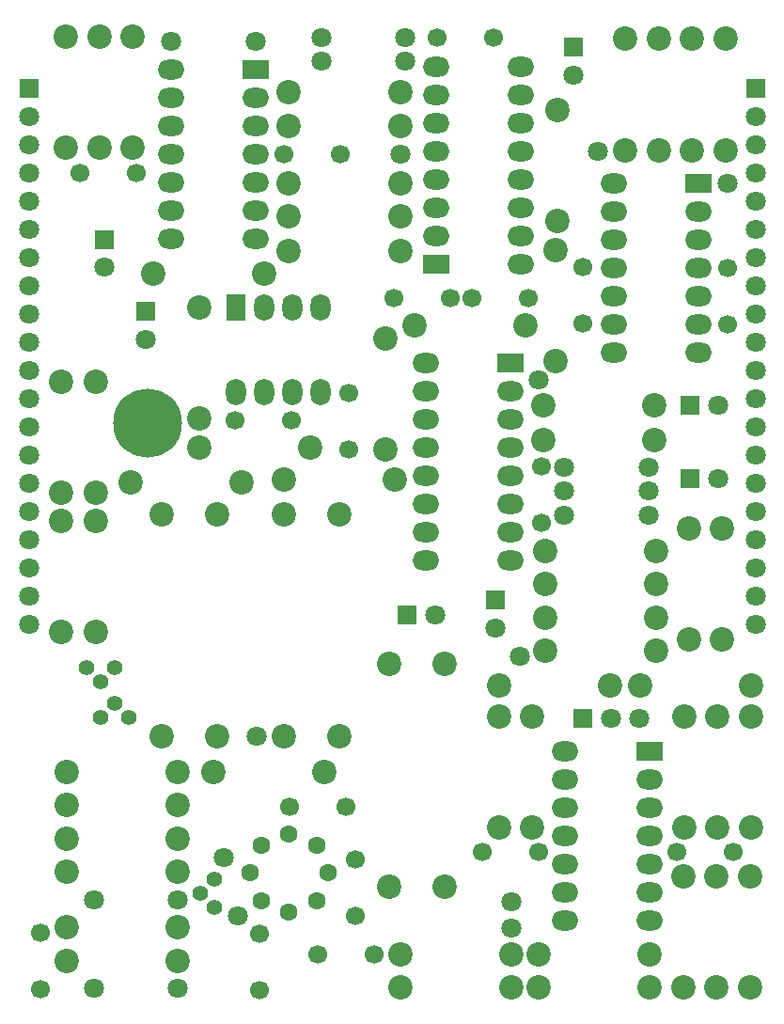
<source format=gts>
G04 #@! TF.FileFunction,Soldermask,Top*
%FSLAX46Y46*%
G04 Gerber Fmt 4.6, Leading zero omitted, Abs format (unit mm)*
G04 Created by KiCad (PCBNEW (2016-08-20 BZR 7083)-product) date Thu Jun 15 13:02:43 2017*
%MOMM*%
%LPD*%
G01*
G04 APERTURE LIST*
%ADD10C,0.100000*%
%ADD11C,2.200000*%
%ADD12C,1.700000*%
%ADD13R,2.400000X1.800000*%
%ADD14O,2.400000X1.800000*%
%ADD15C,1.600000*%
%ADD16R,1.800000X2.400000*%
%ADD17O,1.800000X2.400000*%
%ADD18R,1.800200X1.800200*%
%ADD19C,1.800200*%
%ADD20C,1.800000*%
%ADD21C,1.400000*%
%ADD22C,6.200000*%
%ADD23R,1.800000X1.800000*%
G04 APERTURE END LIST*
D10*
D11*
X39200000Y11300000D03*
X34200000Y11300000D03*
X39200000Y31300000D03*
X34200000Y31300000D03*
X29700000Y24800000D03*
X24700000Y24800000D03*
X29700000Y44800000D03*
X24700000Y44800000D03*
X18700000Y24800000D03*
X13700000Y24800000D03*
X18700000Y44800000D03*
X13700000Y44800000D03*
D12*
X64700000Y66940000D03*
X64700000Y61860000D03*
X51700000Y61960000D03*
X51700000Y67040000D03*
X60160000Y14400000D03*
X65240000Y14400000D03*
X42560000Y14400000D03*
X47640000Y14400000D03*
X24760000Y77200000D03*
X29840000Y77200000D03*
X6360000Y75500000D03*
X11440000Y75500000D03*
X22500000Y7040000D03*
X22500000Y1960000D03*
X30340000Y18500000D03*
X25260000Y18500000D03*
X32840000Y5200000D03*
X27760000Y5200000D03*
X2800000Y7140000D03*
X2800000Y2060000D03*
X41660000Y64300000D03*
X46740000Y64300000D03*
X39740000Y64300000D03*
X34660000Y64300000D03*
X43640000Y87700000D03*
X38560000Y87700000D03*
X31200000Y13740000D03*
X31200000Y8660000D03*
X47900000Y49140000D03*
X47900000Y44060000D03*
X30600000Y55740000D03*
X30600000Y50660000D03*
X20360000Y53300000D03*
X25440000Y53300000D03*
D13*
X62110000Y74620000D03*
D14*
X62110000Y72080000D03*
X62110000Y69540000D03*
X62110000Y67000000D03*
X62110000Y64460000D03*
X62110000Y61920000D03*
X62110000Y59380000D03*
X54490000Y59380000D03*
X54490000Y61920000D03*
X54490000Y64460000D03*
X54490000Y67000000D03*
X54490000Y69540000D03*
X54490000Y72080000D03*
X54490000Y74620000D03*
D13*
X57710000Y23420000D03*
D14*
X57710000Y20880000D03*
X57710000Y18340000D03*
X57710000Y15800000D03*
X57710000Y13260000D03*
X57710000Y10720000D03*
X57710000Y8180000D03*
X50090000Y8180000D03*
X50090000Y10720000D03*
X50090000Y13260000D03*
X50090000Y15800000D03*
X50090000Y18340000D03*
X50090000Y20880000D03*
X50090000Y23420000D03*
D13*
X22210000Y84820000D03*
D14*
X22210000Y82280000D03*
X22210000Y79740000D03*
X22210000Y77200000D03*
X22210000Y74660000D03*
X22210000Y72120000D03*
X22210000Y69580000D03*
X14590000Y69580000D03*
X14590000Y72120000D03*
X14590000Y74660000D03*
X14590000Y77200000D03*
X14590000Y79740000D03*
X14590000Y82280000D03*
X14590000Y84820000D03*
X46110000Y67310000D03*
X46110000Y69850000D03*
D13*
X38490000Y67310000D03*
D14*
X38490000Y69850000D03*
X38490000Y72390000D03*
X38490000Y74930000D03*
X38490000Y77470000D03*
X38490000Y80010000D03*
X38490000Y82550000D03*
X38490000Y85090000D03*
X46110000Y85090000D03*
X46110000Y82550000D03*
X46110000Y80010000D03*
X46110000Y77470000D03*
X46110000Y74930000D03*
X46110000Y72390000D03*
D15*
X25200000Y9000000D03*
X22726000Y10026000D03*
X21700000Y12500000D03*
X22726000Y14974000D03*
X25200000Y16000000D03*
X27674000Y14974000D03*
X28700000Y12500000D03*
X27674000Y10026000D03*
D16*
X20390000Y63410000D03*
D17*
X22930000Y63410000D03*
X25470000Y63410000D03*
X28010000Y63410000D03*
X28010000Y55790000D03*
X25470000Y55790000D03*
X22930000Y55790000D03*
X20390000Y55790000D03*
D18*
X51660000Y26400000D03*
D19*
X54200000Y26400000D03*
X56740000Y26400000D03*
D20*
X46000000Y32000000D03*
X45200000Y7500000D03*
X22300000Y24800000D03*
X20600000Y8600000D03*
X35200000Y77200000D03*
X19300000Y13900000D03*
X45200000Y9900000D03*
X47700000Y56900000D03*
X22200000Y87400000D03*
X14600000Y87400000D03*
X53000000Y77500000D03*
X64700000Y74600000D03*
X50000000Y44700000D03*
X57600000Y44700000D03*
X15200000Y2100000D03*
X7600000Y2100000D03*
X7600000Y10100000D03*
X15200000Y10100000D03*
X28100000Y85600000D03*
X35700000Y85600000D03*
X28100000Y87700000D03*
X35700000Y87700000D03*
X57600000Y49000000D03*
X50000000Y49000000D03*
X57600000Y46900000D03*
X50000000Y46900000D03*
D21*
X8200000Y29765000D03*
X9470000Y31035000D03*
X6930000Y31035000D03*
X9500000Y27735000D03*
X8230000Y26465000D03*
X10770000Y26465000D03*
X17165000Y10700000D03*
X18435000Y9430000D03*
X18435000Y11970000D03*
D14*
X37490000Y58390000D03*
X37490000Y55850000D03*
D13*
X45110000Y58390000D03*
D14*
X45110000Y55850000D03*
X45110000Y53310000D03*
X45110000Y50770000D03*
X45110000Y48230000D03*
X45110000Y45690000D03*
X45110000Y43150000D03*
X45110000Y40610000D03*
X37490000Y40610000D03*
X37490000Y43150000D03*
X37490000Y45690000D03*
X37490000Y48230000D03*
X37490000Y50770000D03*
X37490000Y53310000D03*
D22*
X12500000Y53000000D03*
D20*
X1750000Y34870000D03*
X1750000Y37410000D03*
X1750000Y39950000D03*
X1750000Y42490000D03*
X1750000Y45030000D03*
X1750000Y47570000D03*
X1750000Y50110000D03*
X1750000Y52650000D03*
X1750000Y55190000D03*
X1750000Y57730000D03*
X1750000Y60270000D03*
X1750000Y62810000D03*
X1750000Y65350000D03*
X1750000Y67890000D03*
X1750000Y70430000D03*
X1750000Y72970000D03*
X1750000Y75510000D03*
X1750000Y78050000D03*
D23*
X1750000Y83130000D03*
D20*
X1750000Y80590000D03*
X67250000Y34870000D03*
X67250000Y37410000D03*
X67250000Y39950000D03*
X67250000Y42490000D03*
X67250000Y45030000D03*
X67250000Y47570000D03*
X67250000Y50110000D03*
X67250000Y52650000D03*
X67250000Y55190000D03*
X67250000Y57730000D03*
X67250000Y60270000D03*
X67250000Y62810000D03*
X67250000Y65350000D03*
X67250000Y67890000D03*
X67250000Y70430000D03*
X67250000Y72970000D03*
X67250000Y75510000D03*
X67250000Y78050000D03*
D23*
X67250000Y83130000D03*
D20*
X67250000Y80590000D03*
D23*
X50800000Y86850000D03*
D20*
X50800000Y84350000D03*
D23*
X35850000Y35700000D03*
D20*
X38350000Y35700000D03*
D23*
X43800000Y37050000D03*
D20*
X43800000Y34550000D03*
D23*
X12300000Y63050000D03*
D20*
X12300000Y60550000D03*
D23*
X8600000Y69550000D03*
D20*
X8600000Y67050000D03*
D23*
X61350000Y54600000D03*
D20*
X63850000Y54600000D03*
D23*
X61350000Y48000000D03*
D20*
X63850000Y48000000D03*
D11*
X54100000Y29400000D03*
X44100000Y29400000D03*
X35200000Y2200000D03*
X45200000Y2200000D03*
X44100000Y16600000D03*
X44100000Y26600000D03*
X7800000Y56700000D03*
X7800000Y46700000D03*
X7800000Y34200000D03*
X7800000Y44200000D03*
X4700000Y56700000D03*
X4700000Y46700000D03*
X47100000Y16600000D03*
X47100000Y26600000D03*
X57700000Y2200000D03*
X47700000Y2200000D03*
X47700000Y5200000D03*
X57700000Y5200000D03*
X4700000Y34200000D03*
X4700000Y44200000D03*
X48300000Y38500000D03*
X58300000Y38500000D03*
X10900000Y47700000D03*
X20900000Y47700000D03*
X45200000Y5200000D03*
X35200000Y5200000D03*
X28400000Y21600000D03*
X18400000Y21600000D03*
X58300000Y41500000D03*
X48300000Y41500000D03*
X35200000Y74600000D03*
X25200000Y74600000D03*
X5200000Y4600000D03*
X15200000Y4600000D03*
X15200000Y7600000D03*
X5200000Y7600000D03*
X35200000Y71600000D03*
X25200000Y71600000D03*
X55500000Y77600000D03*
X55500000Y87600000D03*
X15200000Y12600000D03*
X5200000Y12600000D03*
X56800000Y29400000D03*
X66800000Y29400000D03*
X66800000Y16600000D03*
X66800000Y26600000D03*
X5200000Y15600000D03*
X15200000Y15600000D03*
X58300000Y35500000D03*
X48300000Y35500000D03*
X48300000Y32500000D03*
X58300000Y32500000D03*
X60800000Y16600000D03*
X60800000Y26600000D03*
X15200000Y21600000D03*
X5200000Y21600000D03*
X5200000Y18600000D03*
X15200000Y18600000D03*
X63800000Y16600000D03*
X63800000Y26600000D03*
X35200000Y68500000D03*
X25200000Y68500000D03*
X49400000Y71200000D03*
X49400000Y81200000D03*
X33900000Y50600000D03*
X33900000Y60600000D03*
X24700000Y47900000D03*
X34700000Y47900000D03*
X63700000Y2200000D03*
X63700000Y12200000D03*
X60700000Y12200000D03*
X60700000Y2200000D03*
X11100000Y87800000D03*
X11100000Y77800000D03*
X66700000Y2200000D03*
X66700000Y12200000D03*
X58500000Y87600000D03*
X58500000Y77600000D03*
X35200000Y79800000D03*
X25200000Y79800000D03*
X48100000Y54600000D03*
X58100000Y54600000D03*
X49200000Y58600000D03*
X49200000Y68600000D03*
X5100000Y87800000D03*
X5100000Y77800000D03*
X61500000Y87600000D03*
X61500000Y77600000D03*
X35200000Y82800000D03*
X25200000Y82800000D03*
X36500000Y61800000D03*
X46500000Y61800000D03*
X8100000Y77800000D03*
X8100000Y87800000D03*
X64500000Y87600000D03*
X64500000Y77600000D03*
X17100000Y50800000D03*
X27100000Y50800000D03*
X17100000Y63400000D03*
X17100000Y53400000D03*
X48100000Y51500000D03*
X58100000Y51500000D03*
X23000000Y66500000D03*
X13000000Y66500000D03*
X61200000Y33500000D03*
X61200000Y43500000D03*
X64200000Y33500000D03*
X64200000Y43500000D03*
M02*

</source>
